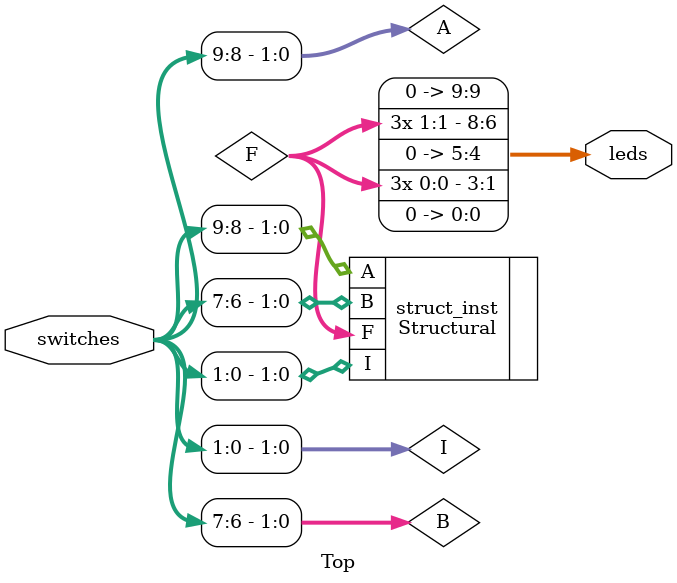
<source format=v>
module Top (
	input [9:0] switches,
	output [9:0] leds
);


	wire [1:0] A, B, I, F;
	
	assign A = switches[9:8];
	assign B = switches[7:6];
	assign I = switches[1:0];
	
	Structural struct_inst(
		.A(A),
		.B(B),
		.I(I),
		.F(F)
	);
	
	assign leds[9:5] = { 1'b0, F[1], F[1], F[1], 1'b0 };
	assign leds[4:0] = { 1'b0, F[0], F[0], F[0], 1'b0 };

endmodule

</source>
